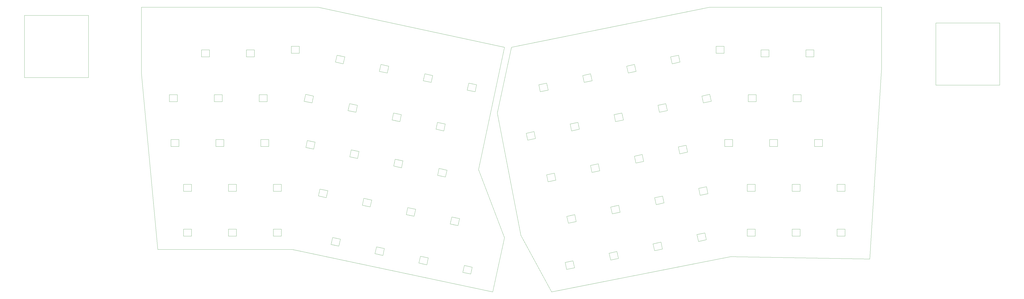
<source format=gbr>
%TF.GenerationSoftware,KiCad,Pcbnew,9.0.3*%
%TF.CreationDate,2025-11-23T22:31:57-05:00*%
%TF.ProjectId,Wren,5772656e-2e6b-4696-9361-645f70636258,rev?*%
%TF.SameCoordinates,Original*%
%TF.FileFunction,Profile,NP*%
%FSLAX46Y46*%
G04 Gerber Fmt 4.6, Leading zero omitted, Abs format (unit mm)*
G04 Created by KiCad (PCBNEW 9.0.3) date 2025-11-23 22:31:57*
%MOMM*%
%LPD*%
G01*
G04 APERTURE LIST*
%TA.AperFunction,Profile*%
%ADD10C,0.050000*%
%TD*%
%TA.AperFunction,Profile*%
%ADD11C,0.120000*%
%TD*%
G04 APERTURE END LIST*
D10*
X116000000Y-125000000D02*
X116000000Y-153000000D01*
X180000000Y-228000000D02*
X265000000Y-246000000D01*
X425000000Y-232000000D02*
X430000000Y-151000000D01*
X267000000Y-170000000D02*
X277000000Y-222000000D01*
X123000000Y-228000000D02*
X180000000Y-228000000D01*
X270000000Y-142000000D02*
X191000000Y-125000000D01*
X116000000Y-125000000D02*
X137000000Y-125000000D01*
X270000000Y-142000000D02*
X259000000Y-194000000D01*
X116000000Y-153000000D02*
X123000000Y-228000000D01*
X66450000Y-128450000D02*
X93550000Y-128450000D01*
X93550000Y-154900000D01*
X66450000Y-154900000D01*
X66450000Y-128450000D01*
X430000000Y-151000000D02*
X430000000Y-125000000D01*
X137000000Y-125000000D02*
X191000000Y-125000000D01*
X290000000Y-246000000D02*
X366000000Y-231000000D01*
X453000000Y-131700000D02*
X480100000Y-131700000D01*
X480100000Y-158150000D01*
X453000000Y-158150000D01*
X453000000Y-131700000D01*
X273000000Y-142000000D02*
X267000000Y-170000000D01*
X430000000Y-125000000D02*
X357000000Y-125000000D01*
X270000000Y-223000000D02*
X259000000Y-194000000D01*
X366000000Y-231000000D02*
X425000000Y-232000000D01*
X277000000Y-222000000D02*
X290000000Y-246000000D01*
X270000000Y-223000000D02*
X265000000Y-246000000D01*
X273000000Y-142000000D02*
X357000000Y-125000000D01*
D11*
%TO.C,D112*%
X397845048Y-143109629D02*
X397845048Y-146109629D01*
X397845048Y-146109629D02*
X401245048Y-146109629D01*
X401245048Y-143109629D02*
X397845048Y-143109629D01*
X401245048Y-146109629D02*
X401245048Y-143109629D01*
%TO.C,D47*%
X203696244Y-168934452D02*
X207021944Y-169641351D01*
X204319978Y-166000009D02*
X203696244Y-168934452D01*
X207021944Y-169641351D02*
X207645678Y-166706908D01*
X207645678Y-166706908D02*
X204319978Y-166000009D01*
%TO.C,D139*%
X391999929Y-219309623D02*
X391999929Y-222309623D01*
X391999929Y-222309623D02*
X395399929Y-222309623D01*
X395399929Y-219309623D02*
X391999929Y-219309623D01*
X395399929Y-222309623D02*
X395399929Y-219309623D01*
%TO.C,D60*%
X191116396Y-205211759D02*
X194442096Y-205918658D01*
X191740130Y-202277316D02*
X191116396Y-205211759D01*
X194442096Y-205918658D02*
X195065830Y-202984215D01*
X195065830Y-202984215D02*
X191740130Y-202277316D01*
%TO.C,D127*%
X296478282Y-213882497D02*
X297102016Y-216816940D01*
X297102016Y-216816940D02*
X300427716Y-216110041D01*
X299803982Y-213175598D02*
X296478282Y-213882497D01*
X300427716Y-216110041D02*
X299803982Y-213175598D01*
%TO.C,D140*%
X411049929Y-219309623D02*
X411049929Y-222309623D01*
X411049929Y-222309623D02*
X414449929Y-222309623D01*
X414449929Y-219309623D02*
X411049929Y-219309623D01*
X414449929Y-222309623D02*
X414449929Y-219309623D01*
%TO.C,D55*%
X223027638Y-192519082D02*
X226353338Y-193225981D01*
X223651372Y-189584639D02*
X223027638Y-192519082D01*
X226353338Y-193225981D02*
X226977072Y-190291538D01*
X226977072Y-190291538D02*
X223651372Y-189584639D01*
%TO.C,D109*%
X340497463Y-146099208D02*
X341121197Y-149033651D01*
X341121197Y-149033651D02*
X344446897Y-148326752D01*
X343823163Y-145392309D02*
X340497463Y-146099208D01*
X344446897Y-148326752D02*
X343823163Y-145392309D01*
%TO.C,D67*%
X196472378Y-225825771D02*
X199798078Y-226532670D01*
X197096112Y-222891328D02*
X196472378Y-225825771D01*
X199798078Y-226532670D02*
X200421812Y-223598227D01*
X200421812Y-223598227D02*
X197096112Y-222891328D01*
%TO.C,D124*%
X363424929Y-181209623D02*
X363424929Y-184209623D01*
X363424929Y-184209623D02*
X366824929Y-184209623D01*
X366824929Y-181209623D02*
X363424929Y-181209623D01*
X366824929Y-184209623D02*
X366824929Y-181209623D01*
%TO.C,D59*%
X171992000Y-200252500D02*
X171992000Y-203252500D01*
X171992000Y-203252500D02*
X175392000Y-203252500D01*
X175392000Y-200252500D02*
X171992000Y-200252500D01*
X175392000Y-203252500D02*
X175392000Y-200252500D01*
%TO.C,D133*%
X411049929Y-200259623D02*
X411049929Y-203259623D01*
X411049929Y-203259623D02*
X414449929Y-203259623D01*
X414449929Y-200259623D02*
X411049929Y-200259623D01*
X414449929Y-203259623D02*
X414449929Y-200259623D01*
%TO.C,D36*%
X141532000Y-143102500D02*
X141532000Y-146102500D01*
X141532000Y-146102500D02*
X144932000Y-146102500D01*
X144932000Y-143102500D02*
X141532000Y-143102500D01*
X144932000Y-146102500D02*
X144932000Y-143102500D01*
%TO.C,D69*%
X233739802Y-233747206D02*
X237065502Y-234454105D01*
X234363536Y-230812763D02*
X233739802Y-233747206D01*
X237065502Y-234454105D02*
X237689236Y-231519662D01*
X237689236Y-231519662D02*
X234363536Y-230812763D01*
%TO.C,D46*%
X185062532Y-164973735D02*
X188388232Y-165680634D01*
X185686266Y-162039292D02*
X185062532Y-164973735D01*
X188388232Y-165680634D02*
X189011966Y-162746191D01*
X189011966Y-162746191D02*
X185686266Y-162039292D01*
%TO.C,D68*%
X215106090Y-229786488D02*
X218431790Y-230493387D01*
X215729824Y-226852045D02*
X215106090Y-229786488D01*
X218431790Y-230493387D02*
X219055524Y-227558944D01*
X219055524Y-227558944D02*
X215729824Y-226852045D01*
%TO.C,D116*%
X335141181Y-166713320D02*
X335764915Y-169647763D01*
X335764915Y-169647763D02*
X339090615Y-168940864D01*
X338466881Y-166006421D02*
X335141181Y-166713320D01*
X339090615Y-168940864D02*
X338466881Y-166006421D01*
%TO.C,D48*%
X222329956Y-172895170D02*
X225655656Y-173602069D01*
X222953690Y-169960727D02*
X222329956Y-172895170D01*
X225655656Y-173602069D02*
X226279390Y-170667626D01*
X226279390Y-170667626D02*
X222953690Y-169960727D01*
%TO.C,D131*%
X372949929Y-200259623D02*
X372949929Y-203259623D01*
X372949929Y-203259623D02*
X376349929Y-203259623D01*
X376349929Y-200259623D02*
X372949929Y-200259623D01*
X376349929Y-203259623D02*
X376349929Y-200259623D01*
%TO.C,D49*%
X240963667Y-176855888D02*
X244289367Y-177562787D01*
X241587401Y-173921445D02*
X240963667Y-176855888D01*
X244289367Y-177562787D02*
X244913101Y-174628344D01*
X244913101Y-174628344D02*
X241587401Y-173921445D01*
%TO.C,D138*%
X372949929Y-219309623D02*
X372949929Y-222309623D01*
X372949929Y-222309623D02*
X376349929Y-222309623D01*
X376349929Y-219309623D02*
X372949929Y-219309623D01*
X376349929Y-222309623D02*
X376349929Y-219309623D01*
%TO.C,D118*%
X373434929Y-162159623D02*
X373434929Y-165159623D01*
X373434929Y-165159623D02*
X376834929Y-165159623D01*
X376834929Y-162159623D02*
X373434929Y-162159623D01*
X376834929Y-165159623D02*
X376834929Y-162159623D01*
%TO.C,D66*%
X171992000Y-219302500D02*
X171992000Y-222302500D01*
X171992000Y-222302500D02*
X175392000Y-222302500D01*
X175392000Y-219302500D02*
X171992000Y-219302500D01*
X175392000Y-222302500D02*
X175392000Y-219302500D01*
%TO.C,D114*%
X297873757Y-174634755D02*
X298497491Y-177569198D01*
X298497491Y-177569198D02*
X301823191Y-176862299D01*
X301199457Y-173927856D02*
X297873757Y-174634755D01*
X301823191Y-176862299D02*
X301199457Y-173927856D01*
%TO.C,D62*%
X228383820Y-213133194D02*
X231709520Y-213840093D01*
X229007554Y-210198751D02*
X228383820Y-213133194D01*
X231709520Y-213840093D02*
X232333254Y-210905650D01*
X232333254Y-210905650D02*
X229007554Y-210198751D01*
%TO.C,D137*%
X351681735Y-221624256D02*
X352305469Y-224558699D01*
X352305469Y-224558699D02*
X355631169Y-223851800D01*
X355007435Y-220917357D02*
X351681735Y-221624256D01*
X355631169Y-223851800D02*
X355007435Y-220917357D01*
%TO.C,D120*%
X287859164Y-196238985D02*
X288482898Y-199173428D01*
X288482898Y-199173428D02*
X291808598Y-198466529D01*
X291184864Y-195532086D02*
X287859164Y-196238985D01*
X291808598Y-198466529D02*
X291184864Y-195532086D01*
%TO.C,D130*%
X352379417Y-202000344D02*
X353003151Y-204934787D01*
X353003151Y-204934787D02*
X356328851Y-204227888D01*
X355705117Y-201293445D02*
X352379417Y-202000344D01*
X356328851Y-204227888D02*
X355705117Y-201293445D01*
%TO.C,D42*%
X254241286Y-160202576D02*
X257566986Y-160909475D01*
X254865020Y-157268133D02*
X254241286Y-160202576D01*
X257566986Y-160909475D02*
X258190720Y-157975032D01*
X258190720Y-157975032D02*
X254865020Y-157268133D01*
%TO.C,D107*%
X303230040Y-154020644D02*
X303853774Y-156955087D01*
X303853774Y-156955087D02*
X307179474Y-156248188D01*
X306555740Y-153313745D02*
X303230040Y-154020644D01*
X307179474Y-156248188D02*
X306555740Y-153313745D01*
%TO.C,D123*%
X343760299Y-184356832D02*
X344384033Y-187291275D01*
X344384033Y-187291275D02*
X347709733Y-186584376D01*
X347085999Y-183649933D02*
X343760299Y-184356832D01*
X347709733Y-186584376D02*
X347085999Y-183649933D01*
%TO.C,D128*%
X315111993Y-209921779D02*
X315735727Y-212856222D01*
X315735727Y-212856222D02*
X319061427Y-212149323D01*
X318437693Y-209214880D02*
X315111993Y-209921779D01*
X319061427Y-212149323D02*
X318437693Y-209214880D01*
%TO.C,D113*%
X279240046Y-178595473D02*
X279863780Y-181529916D01*
X279863780Y-181529916D02*
X283189480Y-180823017D01*
X282565746Y-177888574D02*
X279240046Y-178595473D01*
X283189480Y-180823017D02*
X282565746Y-177888574D01*
%TO.C,D108*%
X321863751Y-150059926D02*
X322487485Y-152994369D01*
X322487485Y-152994369D02*
X325813185Y-152287470D01*
X325189451Y-149353027D02*
X321863751Y-150059926D01*
X325813185Y-152287470D02*
X325189451Y-149353027D01*
%TO.C,D41*%
X235607574Y-156241858D02*
X238933274Y-156948757D01*
X236231308Y-153307415D02*
X235607574Y-156241858D01*
X238933274Y-156948757D02*
X239557008Y-154014314D01*
X239557008Y-154014314D02*
X236231308Y-153307415D01*
%TO.C,D40*%
X216973862Y-152281140D02*
X220299562Y-152988039D01*
X217597596Y-149346697D02*
X216973862Y-152281140D01*
X220299562Y-152988039D02*
X220923296Y-150053596D01*
X220923296Y-150053596D02*
X217597596Y-149346697D01*
%TO.C,D45*%
X165942000Y-162152500D02*
X165942000Y-165152500D01*
X165942000Y-165152500D02*
X169342000Y-165152500D01*
X169342000Y-162152500D02*
X165942000Y-162152500D01*
X169342000Y-165152500D02*
X169342000Y-162152500D01*
%TO.C,D39*%
X198340151Y-148320422D02*
X201665851Y-149027321D01*
X198963885Y-145385979D02*
X198340151Y-148320422D01*
X201665851Y-149027321D02*
X202289585Y-146092878D01*
X202289585Y-146092878D02*
X198963885Y-145385979D01*
%TO.C,D117*%
X353774845Y-162752602D02*
X354398579Y-165687045D01*
X354398579Y-165687045D02*
X357724279Y-164980146D01*
X357100545Y-162045703D02*
X353774845Y-162752602D01*
X357724279Y-164980146D02*
X357100545Y-162045703D01*
%TO.C,D132*%
X391999929Y-200259623D02*
X391999929Y-203259623D01*
X391999929Y-203259623D02*
X395399929Y-203259623D01*
X395399929Y-200259623D02*
X391999929Y-200259623D01*
X395399929Y-203259623D02*
X395399929Y-200259623D01*
%TO.C,D61*%
X209750108Y-209172477D02*
X213075808Y-209879376D01*
X210373842Y-206238034D02*
X209750108Y-209172477D01*
X213075808Y-209879376D02*
X213699542Y-206944933D01*
X213699542Y-206944933D02*
X210373842Y-206238034D01*
%TO.C,D56*%
X241661350Y-196479800D02*
X244987050Y-197186699D01*
X242285084Y-193545357D02*
X241661350Y-196479800D01*
X244987050Y-197186699D02*
X245610784Y-194252256D01*
X245610784Y-194252256D02*
X242285084Y-193545357D01*
%TO.C,D122*%
X325126587Y-188317549D02*
X325750321Y-191251992D01*
X325750321Y-191251992D02*
X329076021Y-190545093D01*
X328452287Y-187610650D02*
X325126587Y-188317549D01*
X329076021Y-190545093D02*
X328452287Y-187610650D01*
%TO.C,D136*%
X333048023Y-225584974D02*
X333671757Y-228519417D01*
X333671757Y-228519417D02*
X336997457Y-227812518D01*
X336373723Y-224878075D02*
X333048023Y-225584974D01*
X336997457Y-227812518D02*
X336373723Y-224878075D01*
%TO.C,D129*%
X333745705Y-205961061D02*
X334369439Y-208895504D01*
X334369439Y-208895504D02*
X337695139Y-208188605D01*
X337071405Y-205254162D02*
X333745705Y-205961061D01*
X337695139Y-208188605D02*
X337071405Y-205254162D01*
%TO.C,D38*%
X179632000Y-141602100D02*
X179632000Y-144602100D01*
X179632000Y-144602100D02*
X183032000Y-144602100D01*
X183032000Y-141602100D02*
X179632000Y-141602100D01*
X183032000Y-144602100D02*
X183032000Y-141602100D01*
%TO.C,D121*%
X306492875Y-192278267D02*
X307116609Y-195212710D01*
X307116609Y-195212710D02*
X310442309Y-194505811D01*
X309818575Y-191571368D02*
X306492875Y-192278267D01*
X310442309Y-194505811D02*
X309818575Y-191571368D01*
%TO.C,D58*%
X152942000Y-200252500D02*
X152942000Y-203252500D01*
X152942000Y-203252500D02*
X156342000Y-203252500D01*
X156342000Y-200252500D02*
X152942000Y-200252500D01*
X156342000Y-203252500D02*
X156342000Y-200252500D01*
%TO.C,D135*%
X314414312Y-229545691D02*
X315038046Y-232480134D01*
X315038046Y-232480134D02*
X318363746Y-231773235D01*
X317740012Y-228838792D02*
X314414312Y-229545691D01*
X318363746Y-231773235D02*
X317740012Y-228838792D01*
%TO.C,D106*%
X284596328Y-157981361D02*
X285220062Y-160915804D01*
X285220062Y-160915804D02*
X288545762Y-160208905D01*
X287922028Y-157274462D02*
X284596328Y-157981361D01*
X288545762Y-160208905D02*
X287922028Y-157274462D01*
%TO.C,D63*%
X247017532Y-217093912D02*
X250343232Y-217800811D01*
X247641266Y-214159469D02*
X247017532Y-217093912D01*
X250343232Y-217800811D02*
X250966966Y-214866368D01*
X250966966Y-214866368D02*
X247641266Y-214159469D01*
%TO.C,D115*%
X316507469Y-170674038D02*
X317131203Y-173608481D01*
X317131203Y-173608481D02*
X320456903Y-172901582D01*
X319833169Y-169967139D02*
X316507469Y-170674038D01*
X320456903Y-172901582D02*
X319833169Y-169967139D01*
%TO.C,D37*%
X160582000Y-143102500D02*
X160582000Y-146102500D01*
X160582000Y-146102500D02*
X163982000Y-146102500D01*
X163982000Y-143102500D02*
X160582000Y-143102500D01*
X163982000Y-146102500D02*
X163982000Y-143102500D01*
%TO.C,D50*%
X128542000Y-181202500D02*
X128542000Y-184202500D01*
X128542000Y-184202500D02*
X131942000Y-184202500D01*
X131942000Y-181202500D02*
X128542000Y-181202500D01*
X131942000Y-184202500D02*
X131942000Y-181202500D01*
%TO.C,D65*%
X152942000Y-219302500D02*
X152942000Y-222302500D01*
X152942000Y-222302500D02*
X156342000Y-222302500D01*
X156342000Y-219302500D02*
X152942000Y-219302500D01*
X156342000Y-222302500D02*
X156342000Y-219302500D01*
%TO.C,D52*%
X166642000Y-181202500D02*
X166642000Y-184202500D01*
X166642000Y-184202500D02*
X170042000Y-184202500D01*
X170042000Y-181202500D02*
X166642000Y-181202500D01*
X170042000Y-184202500D02*
X170042000Y-181202500D01*
%TO.C,D53*%
X185760214Y-184597647D02*
X189085914Y-185304546D01*
X186383948Y-181663204D02*
X185760214Y-184597647D01*
X189085914Y-185304546D02*
X189709648Y-182370103D01*
X189709648Y-182370103D02*
X186383948Y-181663204D01*
%TO.C,D125*%
X382474929Y-181209623D02*
X382474929Y-184209623D01*
X382474929Y-184209623D02*
X385874929Y-184209623D01*
X385874929Y-181209623D02*
X382474929Y-181209623D01*
X385874929Y-184209623D02*
X385874929Y-181209623D01*
%TO.C,D134*%
X295780600Y-233506409D02*
X296404334Y-236440852D01*
X296404334Y-236440852D02*
X299730034Y-235733953D01*
X299106300Y-232799510D02*
X295780600Y-233506409D01*
X299730034Y-235733953D02*
X299106300Y-232799510D01*
%TO.C,D119*%
X392484929Y-162159623D02*
X392484929Y-165159623D01*
X392484929Y-165159623D02*
X395884929Y-165159623D01*
X395884929Y-162159623D02*
X392484929Y-162159623D01*
X395884929Y-165159623D02*
X395884929Y-162159623D01*
%TO.C,D126*%
X401524929Y-181209623D02*
X401524929Y-184209623D01*
X401524929Y-184209623D02*
X404924929Y-184209623D01*
X404924929Y-181209623D02*
X401524929Y-181209623D01*
X404924929Y-184209623D02*
X404924929Y-181209623D01*
%TO.C,D64*%
X133892000Y-219302500D02*
X133892000Y-222302500D01*
X133892000Y-222302500D02*
X137292000Y-222302500D01*
X137292000Y-219302500D02*
X133892000Y-219302500D01*
X137292000Y-222302500D02*
X137292000Y-219302500D01*
%TO.C,D111*%
X378795048Y-143109629D02*
X378795048Y-146109629D01*
X378795048Y-146109629D02*
X382195048Y-146109629D01*
X382195048Y-143109629D02*
X378795048Y-143109629D01*
X382195048Y-146109629D02*
X382195048Y-143109629D01*
%TO.C,D44*%
X146892000Y-162152500D02*
X146892000Y-165152500D01*
X146892000Y-165152500D02*
X150292000Y-165152500D01*
X150292000Y-162152500D02*
X146892000Y-162152500D01*
X150292000Y-165152500D02*
X150292000Y-162152500D01*
%TO.C,D57*%
X133892000Y-200252500D02*
X133892000Y-203252500D01*
X133892000Y-203252500D02*
X137292000Y-203252500D01*
X137292000Y-200252500D02*
X133892000Y-200252500D01*
X137292000Y-203252500D02*
X137292000Y-200252500D01*
%TO.C,D54*%
X204393926Y-188558364D02*
X207719626Y-189265263D01*
X205017660Y-185623921D02*
X204393926Y-188558364D01*
X207719626Y-189265263D02*
X208343360Y-186330820D01*
X208343360Y-186330820D02*
X205017660Y-185623921D01*
%TO.C,D51*%
X147592000Y-181202500D02*
X147592000Y-184202500D01*
X147592000Y-184202500D02*
X150992000Y-184202500D01*
X150992000Y-181202500D02*
X147592000Y-181202500D01*
X150992000Y-184202500D02*
X150992000Y-181202500D01*
%TO.C,D110*%
X359745048Y-141609229D02*
X359745048Y-144609229D01*
X359745048Y-144609229D02*
X363145048Y-144609229D01*
X363145048Y-141609229D02*
X359745048Y-141609229D01*
X363145048Y-144609229D02*
X363145048Y-141609229D01*
%TO.C,D70*%
X252373514Y-237707924D02*
X255699214Y-238414823D01*
X252997248Y-234773481D02*
X252373514Y-237707924D01*
X255699214Y-238414823D02*
X256322948Y-235480380D01*
X256322948Y-235480380D02*
X252997248Y-234773481D01*
%TO.C,D43*%
X127842000Y-162152500D02*
X127842000Y-165152500D01*
X127842000Y-165152500D02*
X131242000Y-165152500D01*
X131242000Y-162152500D02*
X127842000Y-162152500D01*
X131242000Y-165152500D02*
X131242000Y-162152500D01*
%TD*%
M02*

</source>
